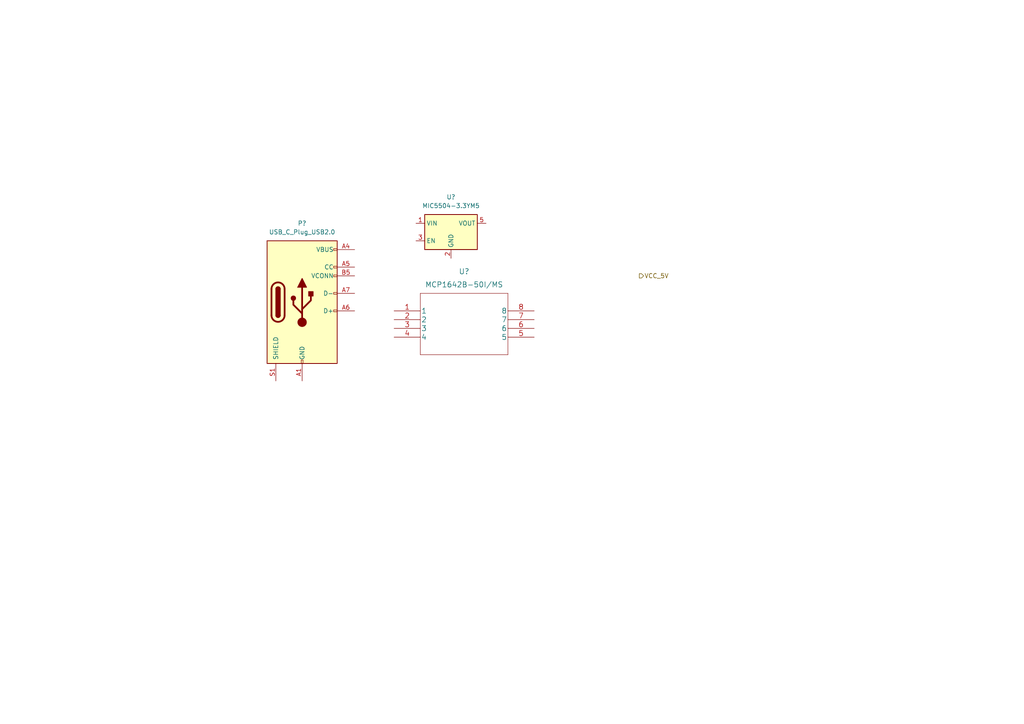
<source format=kicad_sch>
(kicad_sch (version 20211123) (generator eeschema)
  (paper "A4")
  (lib_symbols
    (symbol "Connector:USB_C_Plug_USB2.0" (pin_names (offset 1.016))
      (property "Reference" "P" (at -10.16 19.05 0))
      (property "Value" "USB_C_Plug_USB2.0" (at 12.7 19.05 0))
      (symbol "USB_C_Plug_USB2.0_0_0"
        (rectangle (start -0.254 -17.78) (end 0.254 -16.764))
        (rectangle (start 10.16 -2.286) (end 9.144 -2.794))
        (rectangle (start 10.16 2.794) (end 9.144 2.286))
        (rectangle (start 10.16 7.874) (end 9.144 7.366))
        (rectangle (start 10.16 10.414) (end 9.144 9.906))
        (rectangle (start 10.16 15.494) (end 9.144 14.986))
      )
      (symbol "USB_C_Plug_USB2.0_0_1"
        (rectangle (start -10.16 17.78) (end 10.16 -17.78) (stroke (width 0.254)) (fill (type background)))
        (arc (start -8.89 -3.81) (mid -6.985 -5.715) (end -5.08 -3.81) (stroke (width 0.508)))
        (arc (start -7.62 -3.81) (mid -6.985 -4.445) (end -6.35 -3.81) (stroke (width 0.254)))
        (arc (start -7.62 -3.81) (mid -6.985 -4.445) (end -6.35 -3.81) (stroke (width 0.254)) (fill (type outline)))
        (rectangle (start -7.62 -3.81) (end -6.35 3.81) (stroke (width 0.254)) (fill (type outline)))
        (arc (start -6.35 3.81) (mid -6.985 4.445) (end -7.62 3.81) (stroke (width 0.254)))
        (arc (start -6.35 3.81) (mid -6.985 4.445) (end -7.62 3.81) (stroke (width 0.254)) (fill (type outline)))
        (arc (start -5.08 3.81) (mid -6.985 5.715) (end -8.89 3.81) (stroke (width 0.508)))
        (circle (center -2.54 1.143) (radius 0.635) (stroke (width 0.254)) (fill (type outline)))
        (circle (center 0 -5.842) (radius 1.27) (fill (type outline)))
        (polyline (pts (xy -8.89 -3.81) (xy -8.89 3.81)) (stroke (width 0.508)))
        (polyline (pts (xy -5.08 3.81) (xy -5.08 -3.81)) (stroke (width 0.508)))
        (polyline (pts (xy 0 -5.842) (xy 0 4.318)) (stroke (width 0.508)))
        (polyline (pts (xy 0 -3.302) (xy -2.54 -0.762) (xy -2.54 0.508)) (stroke (width 0.508)))
        (polyline (pts (xy 0 -2.032) (xy 2.54 0.508) (xy 2.54 1.778)) (stroke (width 0.508)))
        (polyline (pts (xy -1.27 4.318) (xy 0 6.858) (xy 1.27 4.318) (xy -1.27 4.318)) (stroke (width 0.254)) (fill (type outline)))
        (rectangle (start 1.905 1.778) (end 3.175 3.048) (stroke (width 0.254)) (fill (type outline)))
      )
      (symbol "USB_C_Plug_USB2.0_1_1"
        (pin passive line (at 0 -22.86 90) (length 5.08) (name "GND") (number "A1"))
        (pin passive line (at 0 -22.86 90) (length 5.08) hide (name "GND") (number "A12"))
        (pin passive line (at 15.24 15.24 180) (length 5.08) (name "VBUS") (number "A4"))
        (pin bidirectional line (at 15.24 10.16 180) (length 5.08) (name "CC") (number "A5"))
        (pin bidirectional line (at 15.24 -2.54 180) (length 5.08) (name "D+") (number "A6"))
        (pin bidirectional line (at 15.24 2.54 180) (length 5.08) (name "D-") (number "A7"))
        (pin passive line (at 15.24 15.24 180) (length 5.08) hide (name "VBUS") (number "A9"))
        (pin passive line (at 0 -22.86 90) (length 5.08) hide (name "GND") (number "B1"))
        (pin passive line (at 0 -22.86 90) (length 5.08) hide (name "GND") (number "B12"))
        (pin passive line (at 15.24 15.24 180) (length 5.08) hide (name "VBUS") (number "B4"))
        (pin bidirectional line (at 15.24 7.62 180) (length 5.08) (name "VCONN") (number "B5"))
        (pin passive line (at 15.24 15.24 180) (length 5.08) hide (name "VBUS") (number "B9"))
        (pin passive line (at -7.62 -22.86 90) (length 5.08) (name "SHIELD") (number "S1"))
      )
    )
    (symbol "MCP1642:MCP1642B-50I{slash}MS" (pin_names (offset 0.254))
      (property "Reference" "U" (at 20.32 10.16 0))
      (property "Value" "MCP1642B-50I{slash}MS" (at 20.32 7.62 0))
      (symbol "MCP1642B-50I{slash}MS_1_1"
        (polyline (pts (xy 7.62 -12.7) (xy 33.02 -12.7)) (stroke (width 0.127)))
        (polyline (pts (xy 7.62 5.08) (xy 7.62 -12.7)) (stroke (width 0.127)))
        (polyline (pts (xy 33.02 -12.7) (xy 33.02 5.08)) (stroke (width 0.127)))
        (polyline (pts (xy 33.02 5.08) (xy 7.62 5.08)) (stroke (width 0.127)))
        (pin unspecified line (at 0 0 0) (length 7.62) (name "1") (number "1"))
        (pin unspecified line (at 0 -2.54 0) (length 7.62) (name "2") (number "2"))
        (pin unspecified line (at 0 -5.08 0) (length 7.62) (name "3") (number "3"))
        (pin unspecified line (at 0 -7.62 0) (length 7.62) (name "4") (number "4"))
        (pin unspecified line (at 40.64 -7.62 180) (length 7.62) (name "5") (number "5"))
        (pin unspecified line (at 40.64 -5.08 180) (length 7.62) (name "6") (number "6"))
        (pin unspecified line (at 40.64 -2.54 180) (length 7.62) (name "7") (number "7"))
        (pin unspecified line (at 40.64 0 180) (length 7.62) (name "8") (number "8"))
      )
    )
    (symbol "Regulator_Linear:MIC5504-3.3YM5"
      (property "Reference" "U" (at -7.62 8.89 0))
      (property "Value" "MIC5504-3.3YM5" (at -7.62 6.35 0))
      (symbol "MIC5504-3.3YM5_0_1"
        (rectangle (start -7.62 -5.08) (end 7.62 5.08) (stroke (width 0.254)) (fill (type background)))
      )
      (symbol "MIC5504-3.3YM5_1_1"
        (pin power_in line (at -10.16 2.54 0) (length 2.54) (name "VIN") (number "1"))
        (pin power_in line (at 0 -7.62 90) (length 2.54) (name "GND") (number "2"))
        (pin input line (at -10.16 -2.54 0) (length 2.54) (name "EN") (number "3"))
        (pin no_connect line (at 7.62 -2.54 180) (length 2.54) hide (name "NC") (number "4"))
        (pin power_out line (at 10.16 2.54 180) (length 2.54) (name "VOUT") (number "5"))
      )
    )
  )
  (hierarchical_label "VCC_5V" (shape output) (at 185.42 80.01 0))
  (symbol (lib_id "Connector:USB_C_Plug_USB2.0") (at 87.63 87.63 0) (unit 1)
    (property "Reference" "P?" (at 87.63 64.77 0))
    (property "Value" "USB_C_Plug_USB2.0" (at 87.63 67.31 0))
    (property "Datasheet" "https://www.usb.org/sites/default/files/documents/usb_type-c.zip" (effects hide))
  )
  (symbol (lib_id "MCP1642:MCP1642B-50I{slash}MS") (at 114.3 90.17 0) (unit 1)
    (property "Reference" "U?" (at 134.62 78.74 0) (effects (font (size 1.524 1.524))))
    (property "Value" "MCP1642B-50I/MS" (at 134.62 82.55 0) (effects (font (size 1.524 1.524))))
    (property "Footprint" "MSOP8_MCP1642B-50I/MS_MCH" (effects hide))
  )
  (symbol (lib_id "Regulator_Linear:MIC5504-3.3YM5") (at 130.81 67.31 0) (unit 1)
    (property "Reference" "U?" (at 130.81 57.15 0))
    (property "Value" "MIC5504-3.3YM5" (at 130.81 59.69 0))
    (property "Footprint" "Package_TO_SOT_SMD:SOT-23-5" (effects hide))
    (property "Datasheet" "http://ww1.microchip.com/downloads/en/DeviceDoc/MIC550X.pdf" (effects hide))
  )
)
</source>
